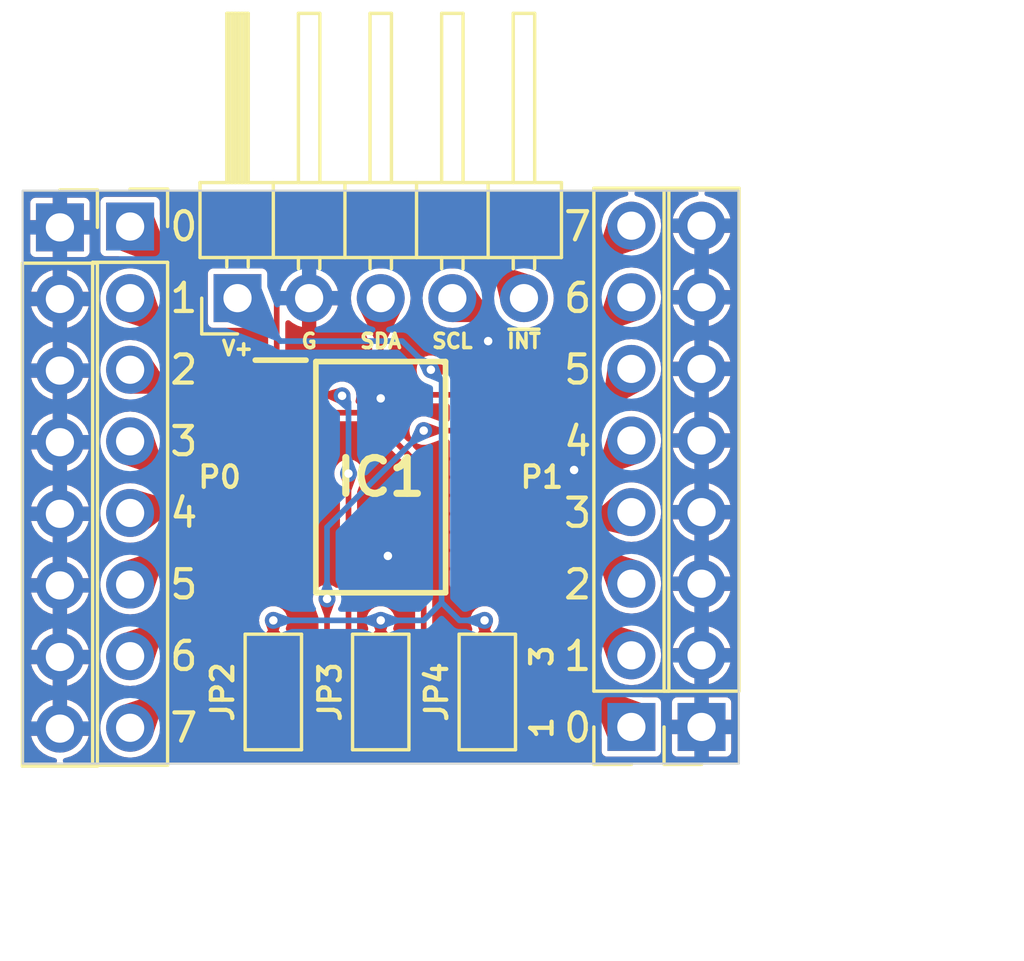
<source format=kicad_pcb>
(kicad_pcb (version 20240108) (generator "pcbnew") (generator_version "8.0")
  (title_block (title "I2C GPIO Expander 16-Bit") (date "2024-03-04") (rev "V1.0"))
  (layers (0 "F.Cu" signal) (31 "B.Cu" signal) (34 "B.Paste" user) (35 "F.Paste" user) (36 "B.SilkS" user "B.Silkscreen") (37 "F.SilkS" user "F.Silkscreen") (38 "B.Mask" user) (39 "F.Mask" user) (44 "Edge.Cuts" user))
  (net 0 "")
  (net 1 "/P00")
  (net 2 "/P10")
  (net 3 "/P03")
  (net 4 "/~{INT}")
  (net 5 "GND")
  (net 6 "/P11")
  (net 7 "/P01")
  (net 8 "/A1")
  (net 9 "/P13")
  (net 10 "/P02")
  (net 11 "/A0")
  (net 12 "/P17")
  (net 13 "/P12")
  (net 14 "/P14")
  (net 15 "/P16")
  (net 16 "/P06")
  (net 17 "/SCL")
  (net 18 "/SDA")
  (net 19 "/P05")
  (net 20 "/P15")
  (net 21 "/A2")
  (net 22 "/P07")
  (net 23 "/P04")
  (net 24 "+3.3V")
  (footprint "Connector_PinHeader_2.54mm:PinHeader_1x05_P2.54mm_Horizontal" (layer "F.Cu") (at 85.09 60.96 90)
    (property "Reference" "J1" (hide yes))
    (property "Value" "Conn_01x05")
    (fp_line (start 4.1 -1.33) (end 1.44 -1.33) (stroke (width 0.12)) (layer "F.SilkS"))
    (fp_line (start 1.44 -1.33) (end 1.44 11.49) (stroke (width 0.12)) (layer "F.SilkS"))
    (fp_line (start -1.27 -1.27) (end 0 -1.27) (stroke (width 0.12)) (layer "F.SilkS"))
    (fp_line (start 10.1 -0.38) (end 10.1 0.38) (stroke (width 0.12)) (layer "F.SilkS"))
    (fp_line (start 4.1 -0.38) (end 10.1 -0.38) (stroke (width 0.12)) (layer "F.SilkS"))
    (fp_line (start 1.11 -0.38) (end 1.44 -0.38) (stroke (width 0.12)) (layer "F.SilkS"))
    (fp_line (start 4.1 -0.32) (end 10.1 -0.32) (stroke (width 0.12)) (layer "F.SilkS"))
    (fp_line (start 4.1 -0.2) (end 10.1 -0.2) (stroke (width 0.12)) (layer "F.SilkS"))
    (fp_line (start 4.1 -0.08) (end 10.1 -0.08) (stroke (width 0.12)) (layer "F.SilkS"))
    (fp_line (start -1.27 0) (end -1.27 -1.27) (stroke (width 0.12)) (layer "F.SilkS"))
    (fp_line (start 4.1 0.04) (end 10.1 0.04) (stroke (width 0.12)) (layer "F.SilkS"))
    (fp_line (start 4.1 0.16) (end 10.1 0.16) (stroke (width 0.12)) (layer "F.SilkS"))
    (fp_line (start 4.1 0.28) (end 10.1 0.28) (stroke (width 0.12)) (layer "F.SilkS"))
    (fp_line (start 10.1 0.38) (end 4.1 0.38) (stroke (width 0.12)) (layer "F.SilkS"))
    (fp_line (start 1.11 0.38) (end 1.44 0.38) (stroke (width 0.12)) (layer "F.SilkS"))
    (fp_line (start 1.44 1.27) (end 4.1 1.27) (stroke (width 0.12)) (layer "F.SilkS"))
    (fp_line (start 10.1 2.16) (end 10.1 2.92) (stroke (width 0.12)) (layer "F.SilkS"))
    (fp_line (start 4.1 2.16) (end 10.1 2.16) (stroke (width 0.12)) (layer "F.SilkS"))
    (fp_line (start 1.042929 2.16) (end 1.44 2.16) (stroke (width 0.12)) (layer "F.SilkS"))
    (fp_line (start 10.1 2.92) (end 4.1 2.92) (stroke (width 0.12)) (layer "F.SilkS"))
    (fp_line (start 1.042929 2.92) (end 1.44 2.92) (stroke (width 0.12)) (layer "F.SilkS"))
    (fp_line (start 1.44 3.81) (end 4.1 3.81) (stroke (width 0.12)) (layer "F.SilkS"))
    (fp_line (start 10.1 4.7) (end 10.1 5.46) (stroke (width 0.12)) (layer "F.SilkS"))
    (fp_line (start 4.1 4.7) (end 10.1 4.7) (stroke (width 0.12)) (layer "F.SilkS"))
    (fp_line (start 1.042929 4.7) (end 1.44 4.7) (stroke (width 0.12)) (layer "F.SilkS"))
    (fp_line (start 10.1 5.46) (end 4.1 5.46) (stroke (width 0.12)) (layer "F.SilkS"))
    (fp_line (start 1.042929 5.46) (end 1.44 5.46) (stroke (width 0.12)) (layer "F.SilkS"))
    (fp_line (start 1.44 6.35) (end 4.1 6.35) (stroke (width 0.12)) (layer "F.SilkS"))
    (fp_line (start 10.1 7.24) (end 10.1 8) (stroke (width 0.12)) (layer "F.SilkS"))
    (fp_line (start 4.1 7.24) (end 10.1 7.24) (stroke (width 0.12)) (layer "F.SilkS"))
    (fp_line (start 1.042929 7.24) (end 1.44 7.24) (stroke (width 0.12)) (layer "F.SilkS"))
    (fp_line (start 10.1 8) (end 4.1 8) (stroke (width 0.12)) (layer "F.SilkS"))
    (fp_line (start 1.042929 8) (end 1.44 8) (stroke (width 0.12)) (layer "F.SilkS"))
    (fp_line (start 1.44 8.89) (end 4.1 8.89) (stroke (width 0.12)) (layer "F.SilkS"))
    (fp_line (start 10.1 9.78) (end 10.1 10.54) (stroke (width 0.12)) (layer "F.SilkS"))
    (fp_line (start 4.1 9.78) (end 10.1 9.78) (stroke (width 0.12)) (layer "F.SilkS"))
    (fp_line (start 1.042929 9.78) (end 1.44 9.78) (stroke (width 0.12)) (layer "F.SilkS"))
    (fp_line (start 10.1 10.54) (end 4.1 10.54) (stroke (width 0.12)) (layer "F.SilkS"))
    (fp_line (start 1.042929 10.54) (end 1.44 10.54) (stroke (width 0.12)) (layer "F.SilkS"))
    (fp_line (start 4.1 11.49) (end 4.1 -1.33) (stroke (width 0.12)) (layer "F.SilkS"))
    (fp_line (start 1.44 11.49) (end 4.1 11.49) (stroke (width 0.12)) (layer "F.SilkS"))
    (pad "1" thru_hole rect (at 0 0 90) (size 1.7 1.7) (drill 1) (layers "*.Cu" "*.Mask") (net 24 "+3.3V"))
    (pad "2" thru_hole oval (at 0 2.54 90) (size 1.7 1.7) (drill 1) (layers "*.Cu" "*.Mask") (net 5 "GND"))
    (pad "3" thru_hole oval (at 0 5.08 90) (size 1.7 1.7) (drill 1) (layers "*.Cu" "*.Mask") (net 18 "/SDA"))
    (pad "4" thru_hole oval (at 0 7.62 90) (size 1.7 1.7) (drill 1) (layers "*.Cu" "*.Mask") (net 17 "/SCL"))
    (pad "5" thru_hole oval (at 0 10.16 90) (size 1.7 1.7) (drill 1) (layers "*.Cu" "*.Mask") (net 4 "/~{INT}"))
  )
  (footprint "Connector_PinSocket_2.54mm:PinSocket_1x08_P2.54mm_Vertical" (layer "F.Cu") (at 101.55 76.17 180)
    (property "Reference" "J8" (hide yes))
    (property "Value" "GND1")
    (fp_line (start 1.33 1.27) (end 1.33 19.11) (stroke (width 0.12)) (layer "F.SilkS"))
    (fp_line (start 1.33 -1.33) (end 1.33 0) (stroke (width 0.12)) (layer "F.SilkS"))
    (fp_line (start 0 -1.33) (end 1.33 -1.33) (stroke (width 0.12)) (layer "F.SilkS"))
    (fp_line (start -1.33 19.11) (end 1.33 19.11) (stroke (width 0.12)) (layer "F.SilkS"))
    (fp_line (start -1.33 1.27) (end 1.33 1.27) (stroke (width 0.12)) (layer "F.SilkS"))
    (fp_line (start -1.33 1.27) (end -1.33 19.11) (stroke (width 0.12)) (layer "F.SilkS"))
    (pad "1" thru_hole rect (at 0 0 180) (size 1.7 1.7) (drill 1) (layers "*.Cu" "*.Mask") (net 5 "GND"))
    (pad "2" thru_hole oval (at 0 2.54 180) (size 1.7 1.7) (drill 1) (layers "*.Cu" "*.Mask") (net 5 "GND"))
    (pad "3" thru_hole oval (at 0 5.08 180) (size 1.7 1.7) (drill 1) (layers "*.Cu" "*.Mask") (net 5 "GND"))
    (pad "4" thru_hole oval (at 0 7.62 180) (size 1.7 1.7) (drill 1) (layers "*.Cu" "*.Mask") (net 5 "GND"))
    (pad "5" thru_hole oval (at 0 10.16 180) (size 1.7 1.7) (drill 1) (layers "*.Cu" "*.Mask") (net 5 "GND"))
    (pad "6" thru_hole oval (at 0 12.7 180) (size 1.7 1.7) (drill 1) (layers "*.Cu" "*.Mask") (net 5 "GND"))
    (pad "7" thru_hole oval (at 0 15.24 180) (size 1.7 1.7) (drill 1) (layers "*.Cu" "*.Mask") (net 5 "GND"))
    (pad "8" thru_hole oval (at 0 17.78 180) (size 1.7 1.7) (drill 1) (layers "*.Cu" "*.Mask") (net 5 "GND"))
  )
  (footprint "Jumper:SolderJumper-3_P1.3mm_Bridged12_Pad1.0x1.5mm_NumberLabels" (layer "F.Cu") (at 86.36 74.93 90)
    (property "Reference" "JP2" (at 0 -1.8 -90) (layer "F.SilkS") (effects (font (size 0.762 0.762))))
    (property "Value" "ADD0")
    (fp_poly (pts (xy -0.9 -0.3) (xy -0.4 -0.3) (xy -0.4 0.3) (xy -0.9 0.3)) (fill solid) (layer "F.Cu"))
    (fp_line (start 2.05 -1) (end 2.05 1) (stroke (width 0.12)) (layer "F.SilkS"))
    (fp_line (start -2.05 -1) (end 2.05 -1) (stroke (width 0.12)) (layer "F.SilkS"))
    (fp_line (start 2.05 1) (end -2.05 1) (stroke (width 0.12)) (layer "F.SilkS"))
    (fp_line (start -2.05 1) (end -2.05 -1) (stroke (width 0.12)) (layer "F.SilkS"))
    (pad "1" smd rect (at -1.3 0 90) (size 1 1.5) (layers "F.Cu" "F.Mask") (net 5 "GND"))
    (pad "2" smd rect (at 0 0 90) (size 1 1.5) (layers "F.Cu" "F.Mask") (net 11 "/A0"))
    (pad "3" smd rect (at 1.3 0 90) (size 1 1.5) (layers "F.Cu" "F.Mask") (net 24 "+3.3V"))
  )
  (footprint "Connector_PinSocket_2.54mm:PinSocket_1x08_P2.54mm_Vertical" (layer "F.Cu") (at 78.79 58.45)
    (property "Reference" "J6" (hide yes))
    (property "Value" "GND0")
    (fp_line (start -1.33 1.27) (end -1.33 19.11) (stroke (width 0.12)) (layer "F.SilkS"))
    (fp_line (start -1.33 1.27) (end 1.33 1.27) (stroke (width 0.12)) (layer "F.SilkS"))
    (fp_line (start -1.33 19.11) (end 1.33 19.11) (stroke (width 0.12)) (layer "F.SilkS"))
    (fp_line (start 0 -1.33) (end 1.33 -1.33) (stroke (width 0.12)) (layer "F.SilkS"))
    (fp_line (start 1.33 -1.33) (end 1.33 0) (stroke (width 0.12)) (layer "F.SilkS"))
    (fp_line (start 1.33 1.27) (end 1.33 19.11) (stroke (width 0.12)) (layer "F.SilkS"))
    (pad "1" thru_hole rect (at 0 0) (size 1.7 1.7) (drill 1) (layers "*.Cu" "*.Mask") (net 5 "GND"))
    (pad "2" thru_hole oval (at 0 2.54) (size 1.7 1.7) (drill 1) (layers "*.Cu" "*.Mask") (net 5 "GND"))
    (pad "3" thru_hole oval (at 0 5.08) (size 1.7 1.7) (drill 1) (layers "*.Cu" "*.Mask") (net 5 "GND"))
    (pad "4" thru_hole oval (at 0 7.62) (size 1.7 1.7) (drill 1) (layers "*.Cu" "*.Mask") (net 5 "GND"))
    (pad "5" thru_hole oval (at 0 10.16) (size 1.7 1.7) (drill 1) (layers "*.Cu" "*.Mask") (net 5 "GND"))
    (pad "6" thru_hole oval (at 0 12.7) (size 1.7 1.7) (drill 1) (layers "*.Cu" "*.Mask") (net 5 "GND"))
    (pad "7" thru_hole oval (at 0 15.24) (size 1.7 1.7) (drill 1) (layers "*.Cu" "*.Mask") (net 5 "GND"))
    (pad "8" thru_hole oval (at 0 17.78) (size 1.7 1.7) (drill 1) (layers "*.Cu" "*.Mask") (net 5 "GND"))
  )
  (footprint "Parts:SOP65P780X200-24N" (layer "F.Cu") (at 90.17 67.31)
    (property "Reference" "IC1" (at 0 0 0) (layer "F.SilkS") (effects (font (size 1.27 1.27) (thickness 0.254))))
    (property "Value" "TCA9555DBR" (hide yes))
    (fp_line (start -4.45 -4.15) (end -2.65 -4.15) (stroke (width 0.2)) (layer "F.SilkS"))
    (fp_line (start -2.3 -4.1) (end 2.3 -4.1) (stroke (width 0.2)) (layer "F.SilkS"))
    (fp_line (start -2.3 4.1) (end -2.3 -4.1) (stroke (width 0.2)) (layer "F.SilkS"))
    (fp_line (start 2.3 -4.1) (end 2.3 4.1) (stroke (width 0.2)) (layer "F.SilkS"))
    (fp_line (start 2.3 4.1) (end -2.3 4.1) (stroke (width 0.2)) (layer "F.SilkS"))
    (pad "1" smd rect (at -3.55 -3.575 90) (size 0.45 1.8) (layers "F.Cu" "F.Paste" "F.Mask") (net 4 "/~{INT}"))
    (pad "2" smd rect (at -3.55 -2.925 90) (size 0.45 1.8) (layers "F.Cu" "F.Paste" "F.Mask") (net 8 "/A1"))
    (pad "3" smd rect (at -3.55 -2.275 90) (size 0.45 1.8) (layers "F.Cu" "F.Paste" "F.Mask") (net 21 "/A2"))
    (pad "4" smd rect (at -3.55 -1.625 90) (size 0.45 1.8) (layers "F.Cu" "F.Paste" "F.Mask") (net 1 "/P00"))
    (pad "5" smd rect (at -3.55 -0.975 90) (size 0.45 1.8) (layers "F.Cu" "F.Paste" "F.Mask") (net 7 "/P01"))
    (pad "6" smd rect (at -3.55 -0.325 90) (size 0.45 1.8) (layers "F.Cu" "F.Paste" "F.Mask") (net 10 "/P02"))
    (pad "7" smd rect (at -3.55 0.325 90) (size 0.45 1.8) (layers "F.Cu" "F.Paste" "F.Mask") (net 3 "/P03"))
    (pad "8" smd rect (at -3.55 0.975 90) (size 0.45 1.8) (layers "F.Cu" "F.Paste" "F.Mask") (net 23 "/P04"))
    (pad "9" smd rect (at -3.55 1.625 90) (size 0.45 1.8) (layers "F.Cu" "F.Paste" "F.Mask") (net 19 "/P05"))
    (pad "10" smd rect (at -3.55 2.275 90) (size 0.45 1.8) (layers "F.Cu" "F.Paste" "F.Mask") (net 16 "/P06"))
    (pad "11" smd rect (at -3.55 2.925 90) (size 0.45 1.8) (layers "F.Cu" "F.Paste" "F.Mask") (net 22 "/P07"))
    (pad "12" smd rect (at -3.55 3.575 90) (size 0.45 1.8) (layers "F.Cu" "F.Paste" "F.Mask") (net 5 "GND"))
    (pad "13" smd rect (at 3.55 3.575 90) (size 0.45 1.8) (layers "F.Cu" "F.Paste" "F.Mask") (net 2 "/P10"))
    (pad "14" smd rect (at 3.55 2.925 90) (size 0.45 1.8) (layers "F.Cu" "F.Paste" "F.Mask") (net 6 "/P11"))
    (pad "15" smd rect (at 3.55 2.275 90) (size 0.45 1.8) (layers "F.Cu" "F.Paste" "F.Mask") (net 13 "/P12"))
    (pad "16" smd rect (at 3.55 1.625 90) (size 0.45 1.8) (layers "F.Cu" "F.Paste" "F.Mask") (net 9 "/P13"))
    (pad "17" smd rect (at 3.55 0.975 90) (size 0.45 1.8) (layers "F.Cu" "F.Paste" "F.Mask") (net 14 "/P14"))
    (pad "18" smd rect (at 3.55 0.325 90) (size 0.45 1.8) (layers "F.Cu" "F.Paste" "F.Mask") (net 20 "/P15"))
    (pad "19" smd rect (at 3.55 -0.325 90) (size 0.45 1.8) (layers "F.Cu" "F.Paste" "F.Mask") (net 15 "/P16"))
    (pad "20" smd rect (at 3.55 -0.975 90) (size 0.45 1.8) (layers "F.Cu" "F.Paste" "F.Mask") (net 12 "/P17"))
    (pad "21" smd rect (at 3.55 -1.625 90) (size 0.45 1.8) (layers "F.Cu" "F.Paste" "F.Mask") (net 11 "/A0"))
    (pad "22" smd rect (at 3.55 -2.275 90) (size 0.45 1.8) (layers "F.Cu" "F.Paste" "F.Mask") (net 17 "/SCL"))
    (pad "23" smd rect (at 3.55 -2.925 90) (size 0.45 1.8) (layers "F.Cu" "F.Paste" "F.Mask") (net 18 "/SDA"))
    (pad "24" smd rect (at 3.55 -3.575 90) (size 0.45 1.8) (layers "F.Cu" "F.Paste" "F.Mask") (net 24 "+3.3V"))
  )
  (footprint "Jumper:SolderJumper-3_P1.3mm_Bridged12_Pad1.0x1.5mm_NumberLabels" (layer "F.Cu") (at 90.17 74.93 90)
    (property "Reference" "JP3" (at 0 -1.8 -90) (layer "F.SilkS") (effects (font (size 0.762 0.762))))
    (property "Value" "ADD1")
    (fp_poly (pts (xy -0.9 -0.3) (xy -0.4 -0.3) (xy -0.4 0.3) (xy -0.9 0.3)) (fill solid) (layer "F.Cu"))
    (fp_line (start 2.05 -1) (end 2.05 1) (stroke (width 0.12)) (layer "F.SilkS"))
    (fp_line (start -2.05 -1) (end 2.05 -1) (stroke (width 0.12)) (layer "F.SilkS"))
    (fp_line (start 2.05 1) (end -2.05 1) (stroke (width 0.12)) (layer "F.SilkS"))
    (fp_line (start -2.05 1) (end -2.05 -1) (stroke (width 0.12)) (layer "F.SilkS"))
    (pad "1" smd rect (at -1.3 0 90) (size 1 1.5) (layers "F.Cu" "F.Mask") (net 5 "GND"))
    (pad "2" smd rect (at 0 0 90) (size 1 1.5) (layers "F.Cu" "F.Mask") (net 8 "/A1"))
    (pad "3" smd rect (at 1.3 0 90) (size 1 1.5) (layers "F.Cu" "F.Mask") (net 24 "+3.3V"))
  )
  (footprint "Jumper:SolderJumper-3_P1.3mm_Bridged12_Pad1.0x1.5mm_NumberLabels" (layer "F.Cu") (at 93.95 74.93 90)
    (property "Reference" "JP4" (at 0 -1.8 -90) (layer "F.SilkS") (effects (font (size 0.762 0.762))))
    (property "Value" "ADD2")
    (fp_poly (pts (xy -0.9 -0.3) (xy -0.4 -0.3) (xy -0.4 0.3) (xy -0.9 0.3)) (fill solid) (layer "F.Cu"))
    (fp_line (start 2.05 -1) (end 2.05 1) (stroke (width 0.12)) (layer "F.SilkS"))
    (fp_line (start -2.05 -1) (end 2.05 -1) (stroke (width 0.12)) (layer "F.SilkS"))
    (fp_line (start 2.05 1) (end -2.05 1) (stroke (width 0.12)) (layer "F.SilkS"))
    (fp_line (start -2.05 1) (end -2.05 -1) (stroke (width 0.12)) (layer "F.SilkS"))
    (fp_text user "3" (at 1.27 1.935 -90) (layer "F.SilkS") (effects (font (size 0.762 0.762))))
    (fp_text user "1" (at -1.27 1.935 -90) (layer "F.SilkS") (effects (font (size 0.762 0.762))))
    (pad "1" smd rect (at -1.3 0 90) (size 1 1.5) (layers "F.Cu" "F.Mask") (net 5 "GND"))
    (pad "2" smd rect (at 0 0 90) (size 1 1.5) (layers "F.Cu" "F.Mask") (net 21 "/A2"))
    (pad "3" smd rect (at 1.3 0 90) (size 1 1.5) (layers "F.Cu" "F.Mask") (net 24 "+3.3V"))
  )
  (footprint "Connector_PinSocket_2.54mm:PinSocket_1x08_P2.54mm_Vertical" (layer "F.Cu") (at 99.06 76.17 180)
    (property "Reference" "J7" (hide yes))
    (property "Value" "GPIO1")
    (fp_line (start 1.33 1.27) (end 1.33 19.11) (stroke (width 0.12)) (layer "F.SilkS"))
    (fp_line (start 1.33 -1.33) (end 1.33 0) (stroke (width 0.12)) (layer "F.SilkS"))
    (fp_line (start 0 -1.33) (end 1.33 -1.33) (stroke (width 0.12)) (layer "F.SilkS"))
    (fp_line (start -1.33 19.11) (end 1.33 19.11) (stroke (width 0.12)) (layer "F.SilkS"))
    (fp_line (start -1.33 1.27) (end 1.33 1.27) (stroke (width 0.12)) (layer "F.SilkS"))
    (fp_line (start -1.33 1.27) (end -1.33 19.11) (stroke (width 0.12)) (layer "F.SilkS"))
    (pad "1" thru_hole rect (at 0 0 180) (size 1.7 1.7) (drill 1) (layers "*.Cu" "*.Mask") (net 2 "/P10"))
    (pad "2" thru_hole oval (at 0 2.54 180) (size 1.7 1.7) (drill 1) (layers "*.Cu" "*.Mask") (net 6 "/P11"))
    (pad "3" thru_hole oval (at 0 5.08 180) (size 1.7 1.7) (drill 1) (layers "*.Cu" "*.Mask") (net 13 "/P12"))
    (pad "4" thru_hole oval (at 0 7.62 180) (size 1.7 1.7) (drill 1) (layers "*.Cu" "*.Mask") (net 9 "/P13"))
    (pad "5" thru_hole oval (at 0 10.16 180) (size 1.7 1.7) (drill 1) (layers "*.Cu" "*.Mask") (net 14 "/P14"))
    (pad "6" thru_hole oval (at 0 12.7 180) (size 1.7 1.7) (drill 1) (layers "*.Cu" "*.Mask") (net 20 "/P15"))
    (pad "7" thru_hole oval (at 0 15.24 180) (size 1.7 1.7) (drill 1) (layers "*.Cu" "*.Mask") (net 15 "/P16"))
    (pad "8" thru_hole oval (at 0 17.78 180) (size 1.7 1.7) (drill 1) (layers "*.Cu" "*.Mask") (net 12 "/P17"))
  )
  (footprint "Connector_PinSocket_2.54mm:PinSocket_1x08_P2.54mm_Vertical" (layer "F.Cu") (at 81.28 58.42)
    (property "Reference" "J5" (hide yes))
    (property "Value" "GPIO0")
    (fp_line (start -1.33 1.27) (end -1.33 19.11) (stroke (width 0.12)) (layer "F.SilkS"))
    (fp_line (start -1.33 1.27) (end 1.33 1.27) (stroke (width 0.12)) (layer "F.SilkS"))
    (fp_line (start -1.33 19.11) (end 1.33 19.11) (stroke (width 0.12)) (layer "F.SilkS"))
    (fp_line (start 0 -1.33) (end 1.33 -1.33) (stroke (width 0.12)) (layer "F.SilkS"))
    (fp_line (start 1.33 -1.33) (end 1.33 0) (stroke (width 0.12)) (layer "F.SilkS"))
    (fp_line (start 1.33 1.27) (end 1.33 19.11) (stroke (width 0.12)) (layer "F.SilkS"))
    (pad "1" thru_hole rect (at 0 0) (size 1.7 1.7) (drill 1) (layers "*.Cu" "*.Mask") (net 1 "/P00"))
    (pad "2" thru_hole oval (at 0 2.54) (size 1.7 1.7) (drill 1) (layers "*.Cu" "*.Mask") (net 7 "/P01"))
    (pad "3" thru_hole oval (at 0 5.08) (size 1.7 1.7) (drill 1) (layers "*.Cu" "*.Mask") (net 10 "/P02"))
    (pad "4" thru_hole oval (at 0 7.62) (size 1.7 1.7) (drill 1) (layers "*.Cu" "*.Mask") (net 3 "/P03"))
    (pad "5" thru_hole oval (at 0 10.16) (size 1.7 1.7) (drill 1) (layers "*.Cu" "*.Mask") (net 23 "/P04"))
    (pad "6" thru_hole oval (at 0 12.7) (size 1.7 1.7) (drill 1) (layers "*.Cu" "*.Mask") (net 19 "/P05"))
    (pad "7" thru_hole oval (at 0 15.24) (size 1.7 1.7) (drill 1) (layers "*.Cu" "*.Mask") (net 16 "/P06"))
    (pad "8" thru_hole oval (at 0 17.78) (size 1.7 1.7) (drill 1) (layers "*.Cu" "*.Mask") (net 22 "/P07"))
  )
  (gr_rect (start 77.47 57.15) (end 102.87 77.47) (stroke (width 0.0762)) (fill none) (layer "Edge.Cuts"))
  (gr_text "7" (at 97.155 58.42 0) (layer "F.SilkS") (effects (font (size 1 1))))
  (gr_text "5" (at 83.185 71.12 0) (layer "F.SilkS") (effects (font (size 1 1))))
  (gr_text "P0" (at 84.455 67.31 0) (layer "F.SilkS") (effects (font (size 0.762 0.762))))
  (gr_text "SDA" (at 90.17 62.484 0) (layer "F.SilkS") (effects (font (size 0.508 0.508) (thickness 0.127))))
  (gr_text "5" (at 97.155 63.5 0) (layer "F.SilkS") (effects (font (size 1 1))))
  (gr_text "2" (at 97.155 71.12 0) (layer "F.SilkS") (effects (font (size 1 1))))
  (gr_text "0" (at 83.185 58.42 0) (layer "F.SilkS") (effects (font (size 1 1))))
  (gr_text "6" (at 83.185 73.66 0) (layer "F.SilkS") (effects (font (size 1 1))))
  (gr_text "1" (at 83.185 60.96 0) (layer "F.SilkS") (effects (font (size 1 1))))
  (gr_text "P1" (at 95.885 67.31 0) (layer "F.SilkS") (effects (font (size 0.762 0.762))))
  (gr_text "7" (at 83.185 76.2 0) (layer "F.SilkS") (effects (font (size 1 1))))
  (gr_text "3" (at 97.155 68.58 0) (layer "F.SilkS") (effects (font (size 1 1))))
  (gr_text "4" (at 83.185 68.58 0) (layer "F.SilkS") (effects (font (size 1 1))))
  (gr_text "6" (at 97.155 60.96 0) (layer "F.SilkS") (effects (font (size 1 1))))
  (gr_text "V+" (at 85.09 62.738 0) (layer "F.SilkS") (effects (font (size 0.508 0.508))))
  (gr_text "2" (at 83.185 63.5 0) (layer "F.SilkS") (effects (font (size 1 1))))
  (gr_text "0" (at 97.155 76.2 0) (layer "F.SilkS") (effects (font (size 1 1))))
  (gr_text "1" (at 97.155 73.66 0) (layer "F.SilkS") (effects (font (size 1 1))))
  (gr_text "SCL" (at 92.71 62.484 0) (layer "F.SilkS") (effects (font (size 0.508 0.508) (thickness 0.127))))
  (gr_text "4" (at 97.155 66.04 0) (layer "F.SilkS") (effects (font (size 1 1))))
  (gr_text "3" (at 83.185 66.04 0) (layer "F.SilkS") (effects (font (size 1 1))))
  (gr_text "G" (at 87.63 62.484 0) (layer "F.SilkS") (effects (font (size 0.508 0.508) (thickness 0.127))))
  (gr_text "~{INT}" (at 95.25 62.484 0) (layer "F.SilkS") (effects (font (size 0.508 0.508) (thickness 0.127))))
  (segment (start 83.185 63.35) (end 83.185 60.325) (width 0.2) (layer "F.Cu") (net 1))
  (segment (start 86.62 65.685) (end 85.52 65.685) (width 0.2) (layer "F.Cu") (net 1))
  (segment (start 83.185 60.325) (end 81.28 58.42) (width 0.2) (layer "F.Cu") (net 1))
  (segment (start 85.52 65.685) (end 83.185 63.35) (width 0.2) (layer "F.Cu") (net 1))
  (segment (start 93.72 70.885) (end 95.523 70.885) (width 0.2) (layer "F.Cu") (net 2))
  (segment (start 97.282 74.422) (end 99.06 76.2) (width 0.2) (layer "F.Cu") (net 2))
  (segment (start 95.523 70.885) (end 97.282 72.644) (width 0.2) (layer "F.Cu") (net 2))
  (segment (start 97.282 72.644) (end 97.282 74.422) (width 0.2) (layer "F.Cu") (net 2))
  (segment (start 86.62 67.635) (end 82.875 67.635) (width 0.2) (layer "F.Cu") (net 3))
  (segment (start 82.875 67.635) (end 81.28 66.04) (width 0.2) (layer "F.Cu") (net 3))
  (segment (start 86.48 63.595) (end 86.48 60.332) (width 0.2) (layer "F.Cu") (net 4))
  (segment (start 86.48 60.332) (end 87.002 59.81) (width 0.2) (layer "F.Cu") (net 4))
  (segment (start 94.354 59.81) (end 94.996 60.452) (width 0.2) (layer "F.Cu") (net 4))
  (segment (start 86.62 63.735) (end 86.48 63.595) (width 0.2) (layer "F.Cu") (net 4))
  (segment (start 87.002 59.81) (end 94.354 59.81) (width 0.2) (layer "F.Cu") (net 4))
  (via (at 97.028 67.056) (size 0.6) (drill 0.3) (layers "F.Cu" "B.Cu") (net 5))
  (via (at 90.17 64.516) (size 0.6) (drill 0.3) (layers "F.Cu" "B.Cu") (net 5))
  (via (at 90.424 70.104) (size 0.6) (drill 0.3) (layers "F.Cu" "B.Cu") (net 5))
  (via (at 93.98 62.484) (size 0.6) (drill 0.3) (layers "F.Cu" "B.Cu") (net 5))
  (segment (start 93.72 70.235) (end 95.635 70.235) (width 0.2) (layer "F.Cu") (net 6))
  (segment (start 95.635 70.235) (end 99.06 73.66) (width 0.2) (layer "F.Cu") (net 6))
  (segment (start 85.52 66.335) (end 82.55 63.365) (width 0.2) (layer "F.Cu") (net 7))
  (segment (start 82.55 62.23) (end 81.28 60.96) (width 0.2) (layer "F.Cu") (net 7))
  (segment (start 82.55 63.365) (end 82.55 62.23) (width 0.2) (layer "F.Cu") (net 7))
  (segment (start 86.62 66.335) (end 85.52 66.335) (width 0.2) (layer "F.Cu") (net 7))
  (segment (start 89.22 74.93) (end 89.027 74.737) (width 0.2) (layer "F.Cu") (net 8))
  (segment (start 89.027 74.737) (end 89.027 67.183) (width 0.2) (layer "F.Cu") (net 8))
  (segment (start 88.7638 64.389) (end 88.7988 64.424) (width 0.2) (layer "F.Cu") (net 8))
  (segment (start 87.122 64.389) (end 88.7638 64.389) (width 0.2) (layer "F.Cu") (net 8))
  (segment (start 90.17 74.93) (end 89.22 74.93) (width 0.2) (layer "F.Cu") (net 8))
  (via (at 89.027 67.183) (size 0.6) (drill 0.3) (layers "F.Cu" "B.Cu") (net 8))
  (via (at 88.7988 64.424) (size 0.6) (drill 0.3) (layers "F.Cu" "B.Cu") (net 8))
  (segment (start 89.027 67.183) (end 89.027 64.6522) (width 0.2) (layer "B.Cu") (net 8))
  (segment (start 89.027 64.6522) (end 88.7988 64.424) (width 0.2) (layer "B.Cu") (net 8))
  (segment (start 98.197 68.935) (end 98.552 68.58) (width 0.2) (layer "F.Cu") (net 9))
  (segment (start 93.72 68.935) (end 98.197 68.935) (width 0.2) (layer "F.Cu") (net 9))
  (segment (start 98.552 68.58) (end 99.06 68.58) (width 0.2) (layer "F.Cu") (net 9))
  (segment (start 85.4 66.985) (end 81.915 63.5) (width 0.2) (layer "F.Cu") (net 10))
  (segment (start 86.62 66.985) (end 85.4 66.985) (width 0.2) (layer "F.Cu") (net 10))
  (segment (start 81.915 63.5) (end 81.28 63.5) (width 0.2) (layer "F.Cu") (net 10))
  (segment (start 86.36 74.93) (end 87.31 74.93) (width 0.2) (layer "F.Cu") (net 11))
  (segment (start 87.31 74.93) (end 88.265006 73.974994) (width 0.2) (layer "F.Cu") (net 11))
  (segment (start 88.265006 73.974994) (end 88.265006 71.627997) (width 0.2) (layer "F.Cu") (net 11))
  (segment (start 91.694 65.659) (end 93.472 65.659) (width 0.2) (layer "F.Cu") (net 11))
  (via (at 91.694 65.659) (size 0.6) (drill 0.3) (layers "F.Cu" "B.Cu") (net 11))
  (via (at 88.265006 71.627997) (size 0.6) (drill 0.3) (layers "F.Cu" "B.Cu") (net 11))
  (segment (start 88.265006 69.087994) (end 88.265006 71.627997) (width 0.2) (layer "B.Cu") (net 11))
  (segment (start 91.694 65.659) (end 88.265006 69.087994) (width 0.2) (layer "B.Cu") (net 11))
  (segment (start 97.282 64.389) (end 97.282 60.198) (width 0.2) (layer "F.Cu") (net 12))
  (segment (start 95.336 66.335) (end 97.282 64.389) (width 0.2) (layer "F.Cu") (net 12))
  (segment (start 93.72 66.335) (end 95.336 66.335) (width 0.2) (layer "F.Cu") (net 12))
  (segment (start 97.282 60.198) (end 99.06 58.42) (width 0.2) (layer "F.Cu") (net 12))
  (segment (start 93.72 69.585) (end 97.525 69.585) (width 0.2) (layer "F.Cu") (net 13))
  (segment (start 97.525 69.585) (end 99.06 71.12) (width 0.2) (layer "F.Cu") (net 13))
  (segment (start 96.815 68.285) (end 99.06 66.04) (width 0.2) (layer "F.Cu") (net 14))
  (segment (start 93.72 68.285) (end 96.815 68.285) (width 0.2) (layer "F.Cu") (net 14))
  (segment (start 97.79 62.23) (end 99.06 60.96) (width 0.2) (layer "F.Cu") (net 15))
  (segment (start 97.79 64.516) (end 97.79 62.23) (width 0.2) (layer "F.Cu") (net 15))
  (segment (start 95.321 66.985) (end 97.79 64.516) (width 0.2) (layer "F.Cu") (net 15))
  (segment (start 93.72 66.985) (end 95.321 66.985) (width 0.2) (layer "F.Cu") (net 15))
  (segment (start 85.355 69.585) (end 81.28 73.66) (width 0.2) (layer "F.Cu") (net 16))
  (segment (start 86.62 69.585) (end 85.355 69.585) (width 0.2) (layer "F.Cu") (net 16))
  (segment (start 95.758 63.373) (end 95.758 64.643) (width 0.2) (layer "F.Cu") (net 17))
  (segment (start 93.345 60.96) (end 95.758 63.373) (width 0.2) (layer "F.Cu") (net 17))
  (segment (start 95.758 64.643) (end 95.377 65.024) (width 0.2) (layer "F.Cu") (net 17))
  (segment (start 95.377 65.024) (end 93.726 65.024) (width 0.2) (layer "F.Cu") (net 17))
  (segment (start 92.71 60.96) (end 93.345 60.96) (width 0.2) (layer "F.Cu") (net 17))
  (segment (start 90.17 60.96) (end 90.17 63.246) (width 0.2) (layer "F.Cu") (net 18))
  (segment (start 90.17 63.246) (end 91.313 64.389) (width 0.2) (layer "F.Cu") (net 18))
  (segment (start 91.313 64.389) (end 93.218 64.389) (width 0.2) (layer "F.Cu") (net 18))
  (segment (start 83.465 68.935) (end 81.28 71.12) (width 0.2) (layer "F.Cu") (net 19))
  (segment (start 86.62 68.935) (end 83.465 68.935) (width 0.2) (layer "F.Cu") (net 19))
  (segment (start 99.06 63.881) (end 99.06 63.5) (width 0.2) (layer "F.Cu") (net 20))
  (segment (start 95.306 67.635) (end 99.06 63.881) (width 0.2) (layer "F.Cu") (net 20))
  (segment (start 93.72 67.635) (end 95.306 67.635) (width 0.2) (layer "F.Cu") (net 20))
  (segment (start 93.95 74.93) (end 93.558529 74.93) (width 0.2) (layer "F.Cu") (net 21))
  (segment (start 91.694 73.065471) (end 91.694 67.056) (width 0.2) (layer "F.Cu") (net 21))
  (segment (start 91.694 67.056) (end 89.662 65.024) (width 0.2) (layer "F.Cu") (net 21))
  (segment (start 93.558529 74.93) (end 91.694 73.065471) (width 0.2) (layer "F.Cu") (net 21))
  (segment (start 89.662 65.024) (end 86.741 65.024) (width 0.2) (layer "F.Cu") (net 21))
  (segment (start 86.495 70.36) (end 85.2785 70.36) (width 0.2) (layer "F.Cu") (net 22))
  (segment (start 85.2785 70.36) (end 82.804 72.8345) (width 0.2) (layer "F.Cu") (net 22))
  (segment (start 82.804 74.676) (end 81.28 76.2) (width 0.2) (layer "F.Cu") (net 22))
  (segment (start 82.804 72.8345) (end 82.804 74.676) (width 0.2) (layer "F.Cu") (net 22))
  (segment (start 86.62 70.235) (end 86.495 70.36) (width 0.2) (layer "F.Cu") (net 22))
  (segment (start 81.575 68.285) (end 81.28 68.58) (width 0.2) (layer "F.Cu") (net 23))
  (segment (start 86.62 68.285) (end 81.575 68.285) (width 0.2) (layer "F.Cu") (net 23))
  (segment (start 91.948 63.5) (end 92.964 63.5) (width 0.2) (layer "F.Cu") (net 24))
  (segment (start 86.36 72.39) (end 86.36 73.533) (width 0.2) (layer "F.Cu") (net 24))
  (segment (start 90.17 72.39) (end 90.17 73.533) (width 0.2) (layer "F.Cu") (net 24))
  (segment (start 93.853 72.39) (end 93.853 73.533) (width 0.2) (layer "F.Cu") (net 24))
  (segment (start 92.964 63.5) (end 93.091 63.627) (width 0.2) (layer "F.Cu") (net 24))
  (via (at 90.17 72.39) (size 0.6) (drill 0.3) (layers "F.Cu" "B.Cu") (net 24))
  (via (at 86.36 72.39) (size 0.6) (drill 0.3) (layers "F.Cu" "B.Cu") (net 24))
  (via (at 93.853 72.39) (size 0.6) (drill 0.3) (layers "F.Cu" "B.Cu") (net 24))
  (via (at 91.948 63.5) (size 0.6) (drill 0.3) (layers "F.Cu" "B.Cu") (net 24))
  (segment (start 90.043 72.39) (end 86.36 72.39) (width 0.2) (layer "B.Cu") (net 24))
  (segment (start 92.329 63.881) (end 92.329 71.755) (width 0.2) (layer "B.Cu") (net 24))
  (segment (start 90.17 72.39) (end 90.043 72.39) (width 0.2) (layer "B.Cu") (net 24))
  (segment (start 85.09 60.96) (end 86.614 62.484) (width 0.2) (layer "B.Cu") (net 24))
  (segment (start 91.948 63.5) (end 92.329 63.881) (width 0.2) (layer "B.Cu") (net 24))
  (segment (start 91.694 72.39) (end 90.17 72.39) (width 0.2) (layer "B.Cu") (net 24))
  (segment (start 92.329 71.755) (end 91.694 72.39) (width 0.2) (layer "B.Cu") (net 24))
  (segment (start 90.932 62.484) (end 91.948 63.5) (width 0.2) (layer "B.Cu") (net 24))
  (segment (start 86.614 62.484) (end 90.932 62.484) (width 0.2) (layer "B.Cu") (net 24))
  (segment (start 92.329 71.755) (end 92.964 72.39) (width 0.2) (layer "B.Cu") (net 24))
  (segment (start 92.964 72.39) (end 93.853 72.39) (width 0.2) (layer "B.Cu") (net 24))
  (zone (net 5) (net_name "GND") (layers "F&B.Cu") (name "GND") (connect_pads thru_hole_only (clearance 0.2032)) (min_thickness 0.2032) (fill yes (thermal_gap 0.2032) (thermal_bridge_width 0.508))
    (polygon (pts (xy 77.47 57.15) (xy 77.47 77.47) (xy 102.87 77.47) (xy 102.87 57.15)))
  )
)
</source>
